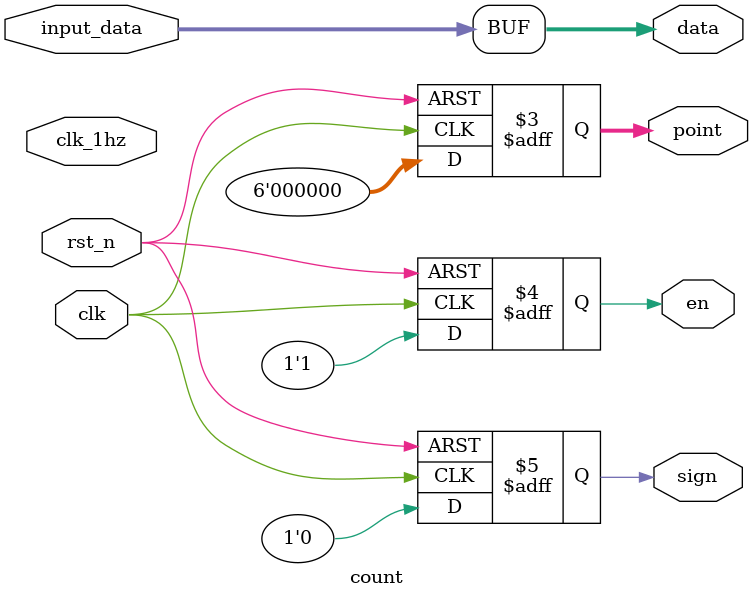
<source format=v>
module count(
    //mudule clock
    input                   clk  ,      // Ê±ÖÓÐÅºÅ
    input                   rst_n,      // ¸´Î»ÐÅºÅ
    input                   clk_1hz,
    input         [19:0]     input_data,
    
    //user interface
    output        [19:0]     data ,      // 6¸öÊýÂë¹ÜÒªÏÔÊ¾µÄÊýÖµ
    output   reg [ 5:0]     point,      // Ð¡ÊýµãµÄÎ»ÖÃ,¸ßµçÆ½µãÁÁ¶ÔÓ¦ÊýÂë¹ÜÎ»ÉÏµÄÐ¡Êýµã
    output   reg            en   ,      // ÊýÂë¹ÜÊ¹ÄÜÐÅºÅ
    output   reg            sign        // ·ûºÅÎ»£¬¸ßµçÆ½Ê±ÏÔÊ¾¸ººÅ£¬µÍµçÆ½²»ÏÔÊ¾¸ººÅ
);

//parameter define
parameter  MAX_NUM = 23'd5000_000;      // ¼ÆÊýÆ÷¼ÆÊýµÄ×î´óÖµ

//reg define
reg    [22:0]   cnt ;                   // ¼ÆÊýÆ÷£¬ÓÃÓÚ¼ÆÊ±100ms
reg             flag;                   // ±êÖ¾ÐÅºÅ

assign data=input_data;
//*****************************************************
//**                    main code
//*****************************************************

//¼ÆÊýÆ÷¶ÔÏµÍ³Ê±ÖÓ¼ÆÊý´ï10msÊ±£¬Êä³öÒ»¸öÊ±ÖÓÖÜÆÚµÄÂö³åÐÅºÅ
//always @ (posedge clk or negedge rst_n) begin
//    if (!rst_n) begin
//        cnt <= 23'b0;
//        flag<= 1'b0;
//    end
//    else if (cnt < MAX_NUM - 1'b1) begin
//        cnt <= cnt + 1'b1;
//        flag<= 1'b0;
//    end
//    else begin
//        cnt <= 23'b0;
//        flag <= 1'b1;
//    end
//end 

//always @ (posedge clk_1hz or negedge rst_n) begin
//    if(!rst_n)
//        data<=20'b0;
//    else if(data==20'd999999)
//        data<=20'b0;
//    else 
//        data <=data +1'b1;
//end

//ÊýÂë¹ÜÐèÒªÏÔÊ¾µÄÊý¾Ý£¬´Ó0ÀÛ¼Óµ½999999
always @ (posedge clk or negedge rst_n) begin
    if (!rst_n)begin
        point <=6'b000000;
        en    <= 1'b0;
        sign  <= 1'b0;
    end  
    else begin
        point <= 6'b000000;             //²»ÏÔÊ¾Ð¡Êýµã
        en    <= 1'b1;                  //´ò¿ªÊýÂë¹ÜÊ¹ÄÜÐÅºÅ
        sign  <= 1'b0;                  //²»ÏÔÊ¾¸ººÅ
    end 
end

endmodule 
</source>
